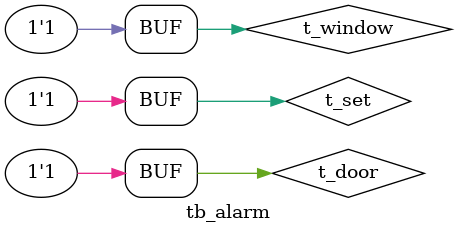
<source format=v>
module tb_alarm;
wire t_notify;
reg t_door, t_window, t_set;
/*set,door,window,notify*/
alarm my_gate( .set(t_set), .door(t_door),
               .window(t_window), .notify(t_notify));

initial
begin
$monitor(t_set, t_door, t_window, t_notify);
/*0*/
t_set = 1'b0; t_door = 1'b0; t_window = 1'b0;
/*1*/
#5
t_set = 1'b0; t_door = 1'b0; t_window = 1'b1;
/*2*/
#5
t_set = 1'b0; t_door = 1'b1; t_window = 1'b0;
/*3*/
#5
t_set = 1'b0; t_door = 1'b1; t_window = 1'b1;
/*4*/
#5
t_set = 1'b1; t_door = 1'b0; t_window = 1'b0;
/*5*/
#5
t_set = 1'b1; t_door = 1'b0; t_window = 1'b1;
/*6*/
#5
t_set = 1'b1; t_door = 1'b1; t_window = 1'b0;
/*7*/
#5
t_set = 1'b1; t_door = 1'b1; t_window = 1'b1;

end
endmodule
</source>
